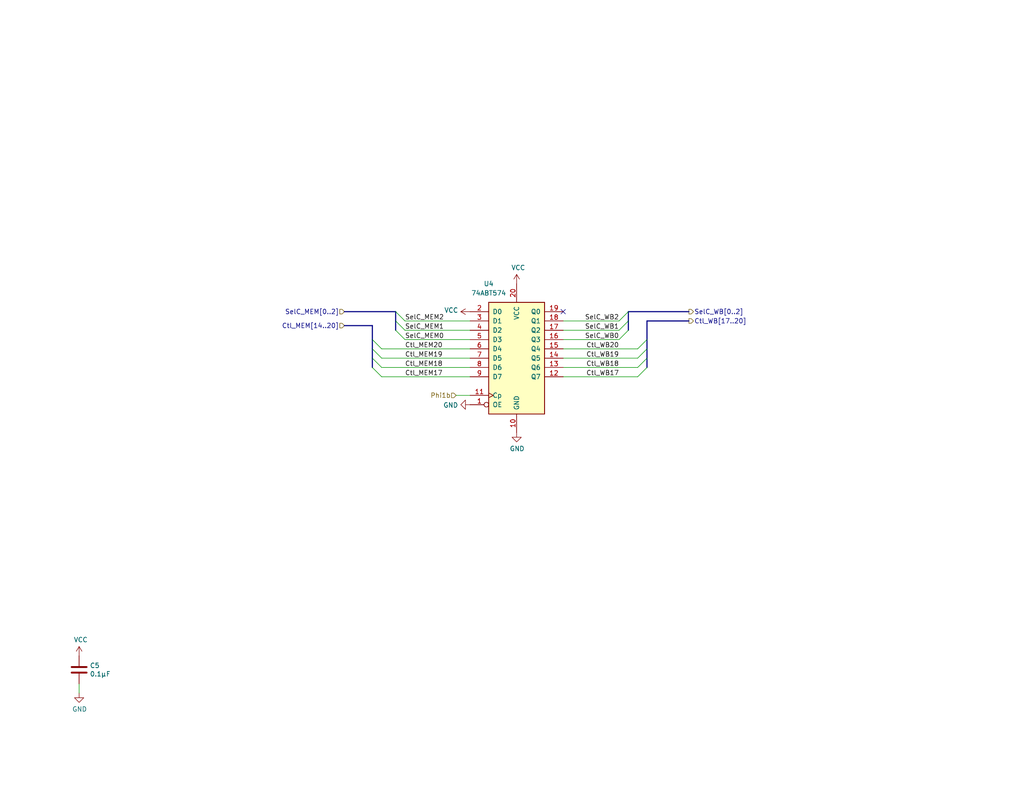
<source format=kicad_sch>
(kicad_sch (version 20230121) (generator eeschema)
  (paper "USLetter")
  (title_block (title "MEM/WB: Control Word Register") (date "2023-10-28") (rev "D"))
  (lib_symbols
    (symbol "74xx:74LS574" (pin_names (offset 1.016))
      (property "Reference" "U" (at -7.62 16.51 0))
      (property "Value" "74LS574" (at -7.62 -16.51 0))
      (symbol "74LS574_1_0"
        (pin input inverted (at -12.7 -12.7 0) (length 5.08) (name "OE") (number "1"))
        (pin power_in line (at 0 -20.32 90) (length 5.08) (name "GND") (number "10"))
        (pin input clock (at -12.7 -10.16 0) (length 5.08) (name "Cp") (number "11"))
        (pin tri_state line (at 12.7 -5.08 180) (length 5.08) (name "Q7") (number "12"))
        (pin tri_state line (at 12.7 -2.54 180) (length 5.08) (name "Q6") (number "13"))
        (pin tri_state line (at 12.7 0 180) (length 5.08) (name "Q5") (number "14"))
        (pin tri_state line (at 12.7 2.54 180) (length 5.08) (name "Q4") (number "15"))
        (pin tri_state line (at 12.7 5.08 180) (length 5.08) (name "Q3") (number "16"))
        (pin tri_state line (at 12.7 7.62 180) (length 5.08) (name "Q2") (number "17"))
        (pin tri_state line (at 12.7 10.16 180) (length 5.08) (name "Q1") (number "18"))
        (pin tri_state line (at 12.7 12.7 180) (length 5.08) (name "Q0") (number "19"))
        (pin input line (at -12.7 12.7 0) (length 5.08) (name "D0") (number "2"))
        (pin power_in line (at 0 20.32 270) (length 5.08) (name "VCC") (number "20"))
        (pin input line (at -12.7 10.16 0) (length 5.08) (name "D1") (number "3"))
        (pin input line (at -12.7 7.62 0) (length 5.08) (name "D2") (number "4"))
        (pin input line (at -12.7 5.08 0) (length 5.08) (name "D3") (number "5"))
        (pin input line (at -12.7 2.54 0) (length 5.08) (name "D4") (number "6"))
        (pin input line (at -12.7 0 0) (length 5.08) (name "D5") (number "7"))
        (pin input line (at -12.7 -2.54 0) (length 5.08) (name "D6") (number "8"))
        (pin input line (at -12.7 -5.08 0) (length 5.08) (name "D7") (number "9"))
      )
      (symbol "74LS574_1_1"
        (rectangle (start -7.62 15.24) (end 7.62 -15.24) (stroke (width 0.254)) (fill (type background)))
      )
    )
    (symbol "Device:C" (pin_numbers hide) (pin_names (offset 0.254))
      (property "Reference" "C" (at 0.635 2.54 0))
      (property "Value" "C" (at 0.635 -2.54 0))
      (symbol "C_0_1"
        (polyline (pts (xy -2.032 -0.762) (xy 2.032 -0.762)) (stroke (width 0.508)))
        (polyline (pts (xy -2.032 0.762) (xy 2.032 0.762)) (stroke (width 0.508)))
      )
      (symbol "C_1_1"
        (pin passive line (at 0 3.81 270) (length 2.794) (name "~") (number "1"))
        (pin passive line (at 0 -3.81 90) (length 2.794) (name "~") (number "2"))
      )
    )
    (symbol "power:GND" (power) (pin_names (offset 0))
      (property "Value" "GND" (at 0 -3.81 0))
      (symbol "GND_0_1"
        (polyline (pts (xy 0 0) (xy 0 -1.27) (xy 1.27 -1.27) (xy 0 -2.54) (xy -1.27 -1.27) (xy 0 -1.27)))
      )
      (symbol "GND_1_1"
        (pin power_in line (at 0 0 270) (length 0) hide (name "GND") (number "1"))
      )
    )
    (symbol "power:VCC" (power) (pin_names (offset 0))
      (property "Value" "VCC" (at 0 3.81 0))
      (symbol "VCC_0_1"
        (polyline (pts (xy -0.762 1.27) (xy 0 2.54)))
        (polyline (pts (xy 0 0) (xy 0 2.54)))
        (polyline (pts (xy 0 2.54) (xy 0.762 1.27)))
      )
      (symbol "VCC_1_1"
        (pin power_in line (at 0 0 90) (length 0) hide (name "VCC") (number "1"))
      )
    )
  )
  (no_connect (at 153.67 85.09))
  (bus_entry (at 176.53 95.25) (size -2.54 2.54))
  (bus_entry (at 176.53 100.33) (size -2.54 2.54))
  (bus_entry (at 101.6 100.33) (size 2.54 2.54))
  (bus_entry (at 171.45 90.17) (size -2.54 2.54))
  (bus_entry (at 101.6 97.79) (size 2.54 2.54))
  (bus_entry (at 176.53 92.71) (size -2.54 2.54))
  (bus_entry (at 107.95 87.63) (size 2.54 2.54))
  (bus_entry (at 107.95 85.09) (size 2.54 2.54))
  (bus_entry (at 171.45 87.63) (size -2.54 2.54))
  (bus_entry (at 107.95 90.17) (size 2.54 2.54))
  (bus_entry (at 171.45 85.09) (size -2.54 2.54))
  (bus_entry (at 176.53 97.79) (size -2.54 2.54))
  (bus_entry (at 101.6 95.25) (size 2.54 2.54))
  (bus_entry (at 101.6 92.71) (size 2.54 2.54))
  (wire (pts (xy 104.14 95.25) (xy 128.27 95.25)))
  (wire (pts (xy 173.99 97.79) (xy 153.67 97.79)))
  (wire (pts (xy 128.27 90.17) (xy 110.49 90.17)))
  (bus (pts (xy 187.96 85.09) (xy 171.45 85.09)))
  (wire (pts (xy 173.99 102.87) (xy 153.67 102.87)))
  (bus (pts (xy 107.95 85.09) (xy 107.95 87.63)))
  (bus (pts (xy 176.53 97.79) (xy 176.53 100.33)))
  (wire (pts (xy 21.59 189.23) (xy 21.59 186.69)))
  (wire (pts (xy 104.14 100.33) (xy 128.27 100.33)))
  (bus (pts (xy 107.95 87.63) (xy 107.95 90.17)))
  (bus (pts (xy 93.98 88.9) (xy 101.6 88.9)))
  (bus (pts (xy 101.6 92.71) (xy 101.6 95.25)))
  (bus (pts (xy 176.53 92.71) (xy 176.53 95.25)))
  (bus (pts (xy 176.53 87.63) (xy 176.53 92.71)))
  (bus (pts (xy 101.6 97.79) (xy 101.6 100.33)))
  (wire (pts (xy 173.99 100.33) (xy 153.67 100.33)))
  (bus (pts (xy 171.45 85.09) (xy 171.45 87.63)))
  (wire (pts (xy 173.99 95.25) (xy 153.67 95.25)))
  (bus (pts (xy 101.6 88.9) (xy 101.6 92.71)))
  (bus (pts (xy 187.96 87.63) (xy 176.53 87.63)))
  (bus (pts (xy 171.45 87.63) (xy 171.45 90.17)))
  (bus (pts (xy 93.98 85.09) (xy 107.95 85.09)))
  (wire (pts (xy 104.14 102.87) (xy 128.27 102.87)))
  (wire (pts (xy 104.14 97.79) (xy 128.27 97.79)))
  (bus (pts (xy 101.6 95.25) (xy 101.6 97.79)))
  (wire (pts (xy 124.46 107.95) (xy 128.27 107.95)))
  (bus (pts (xy 176.53 95.25) (xy 176.53 97.79)))
  (wire (pts (xy 168.91 87.63) (xy 153.67 87.63)))
  (wire (pts (xy 168.91 92.71) (xy 153.67 92.71)))
  (wire (pts (xy 128.27 87.63) (xy 110.49 87.63)))
  (wire (pts (xy 168.91 90.17) (xy 153.67 90.17)))
  (wire (pts (xy 128.27 92.71) (xy 110.49 92.71)))
  (label "Ctl_WB19" (at 168.91 97.79 180))
  (label "SelC_WB0" (at 168.91 92.71 180))
  (label "Ctl_MEM20" (at 110.49 95.25 0))
  (label "Ctl_WB18" (at 168.91 100.33 180))
  (label "SelC_MEM1" (at 110.49 90.17 0))
  (label "SelC_WB2" (at 168.91 87.63 180))
  (label "SelC_MEM2" (at 110.49 87.63 0))
  (label "SelC_MEM0" (at 110.49 92.71 0))
  (label "SelC_WB1" (at 168.91 90.17 180))
  (label "Ctl_MEM17" (at 110.49 102.87 0))
  (label "Ctl_MEM19" (at 110.49 97.79 0))
  (label "Ctl_WB20" (at 168.91 95.25 180))
  (label "Ctl_MEM18" (at 110.49 100.33 0))
  (label "Ctl_WB17" (at 168.91 102.87 180))
  (hierarchical_label "Ctl_WB[17..20]" (shape output) (at 187.96 87.63 0))
  (hierarchical_label "SelC_WB[0..2]" (shape output) (at 187.96 85.09 0))
  (hierarchical_label "SelC_MEM[0..2]" (shape input) (at 93.98 85.09 180))
  (hierarchical_label "Ctl_MEM[14..20]" (shape input) (at 93.98 88.9 180))
  (hierarchical_label "Phi1b" (shape input) (at 124.46 107.95 180))
  (symbol (lib_id "power:VCC") (at 128.27 85.09 90) (unit 1)
    (property "Reference" "#PWR039" (effects hide))
    (property "Value" "VCC" (at 125.0442 84.709 90) (effects (justify left)))
  )
  (symbol (lib_id "power:GND") (at 128.27 110.49 270) (unit 1)
    (property "Reference" "#PWR040" (effects hide))
    (property "Value" "GND" (at 125.0188 110.617 90) (effects (justify right)))
  )
  (symbol (lib_id "power:GND") (at 140.97 118.11 0) (unit 1)
    (property "Reference" "#PWR042" (effects hide))
    (property "Value" "GND" (at 141.097 122.5042 0))
  )
  (symbol (lib_id "power:VCC") (at 140.97 77.47 0) (unit 1)
    (property "Reference" "#PWR041" (effects hide))
    (property "Value" "VCC" (at 141.4018 73.0758 0))
  )
  (symbol (lib_id "74xx:74LS574") (at 140.97 97.79 0) (unit 1)
    (property "Reference" "U4" (at 133.35 77.47 0))
    (property "Value" "74ABT574" (at 133.35 80.01 0))
    (property "Footprint" "Package_SO:TSSOP-20_4.4x6.5mm_P0.65mm" (effects hide))
    (property "Datasheet" "http://www.ti.com/lit/gpn/sn74LS574" (effects hide))
    (property "Mouser" "https://www.mouser.com/ProductDetail/Texas-Instruments/SN74ABT574APWR?qs=0OT4q4QBUTK6FyQPmQhDOg%3D%3D" (effects hide))
  )
  (symbol (lib_id "Device:C") (at 21.59 182.88 0) (unit 1)
    (property "Reference" "C5" (at 24.511 181.7116 0) (effects (justify left)))
    (property "Value" "0.1μF" (at 24.511 184.023 0) (effects (justify left)))
    (property "Footprint" "Capacitor_SMD:C_0603_1608Metric_Pad1.08x0.95mm_HandSolder" (effects hide))
    (property "Mouser" "https://www.mouser.com/ProductDetail/963-EMK107B7104KAHT" (effects hide))
  )
  (symbol (lib_id "power:VCC") (at 21.59 179.07 0) (unit 1)
    (property "Reference" "#PWR037" (effects hide))
    (property "Value" "VCC" (at 22.0218 174.6758 0))
  )
  (symbol (lib_id "power:GND") (at 21.59 189.23 0) (unit 1)
    (property "Reference" "#PWR038" (effects hide))
    (property "Value" "GND" (at 21.717 193.6242 0))
  )
)
</source>
